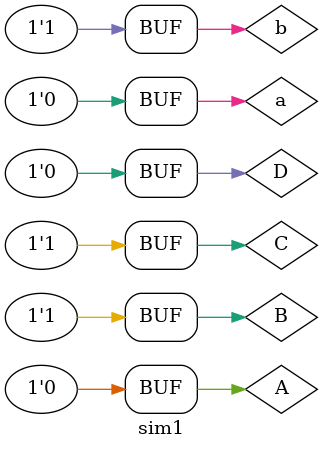
<source format=v>
`timescale 1ns / 1ps


module sim1;
    reg A, B, C, D, a, b;
    wire Q;
    mux circuit(A, B, C, D, Q, a, b);
    initial begin
        a = 1'b0;
        b = 1'b0;
        D = 1'b0;
        C = 1'b0;
        B = 1'b0;
        A = 1'b0;
        
        #5 A = 1'b1; C = 1'b1;
        #5 A = 1'b0;
        
        #5 a = 1'b1;
        #5 B = 1'b1; C = 1'b0; A = 1'b0;
        
        #5 a = 1'b0; b = 1'b1;
        #5 C = 1'b1;
    end
endmodule

</source>
